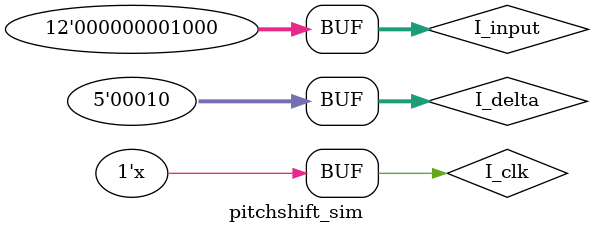
<source format=v>
`timescale 1ns / 1ps


module pitchshift_sim(

    );
    
    // Tested with a variant holding a 16 bit buffer instead of implement 1024 bit buffer
    
    reg I_clk;
    reg [11:0] I_input;
    reg [4:0] I_delta;
    wire [11:0] O_output;
    
    pitch_shift pit1 (I_clk, I_input, I_delta, O_output);
    
    initial begin
        I_clk = 0;
        I_input = 0;
        I_delta = 2;
        
        #7; I_input = 12'd1;
        #10; I_input = 12'd2;
        #10; I_input = 12'd3;
        #10; I_input = 12'd4;
        #10; I_input = 12'd5;
        #10; I_input = 12'd6;
        #10; I_input = 12'd7;
        #10; I_input = 12'd8;
    end
    
    always begin
        #5; I_clk = ~I_clk;
    end
endmodule

</source>
